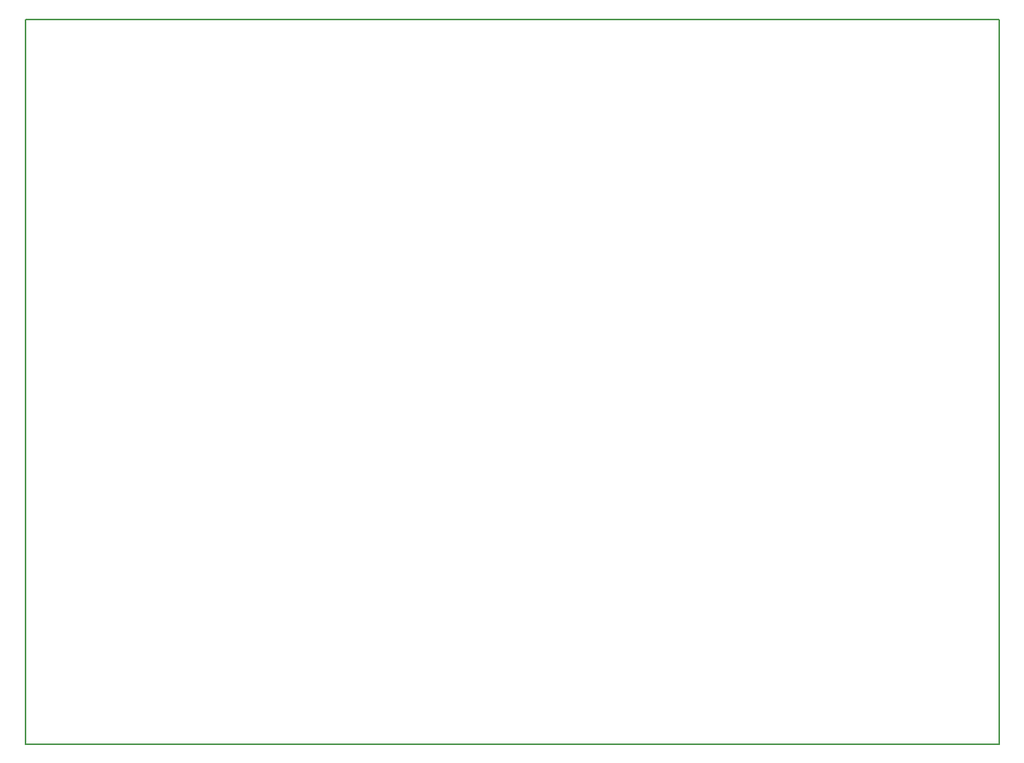
<source format=gbo>
G04 MADE WITH FRITZING*
G04 WWW.FRITZING.ORG*
G04 DOUBLE SIDED*
G04 HOLES PLATED*
G04 CONTOUR ON CENTER OF CONTOUR VECTOR*
%ASAXBY*%
%FSLAX23Y23*%
%MOIN*%
%OFA0B0*%
%SFA1.0B1.0*%
%ADD10R,4.330720X3.228350X4.314720X3.212350*%
%ADD11C,0.008000*%
%LNSILK0*%
G90*
G70*
G54D11*
X4Y3224D02*
X4327Y3224D01*
X4327Y4D01*
X4Y4D01*
X4Y3224D01*
D02*
G04 End of Silk0*
M02*
</source>
